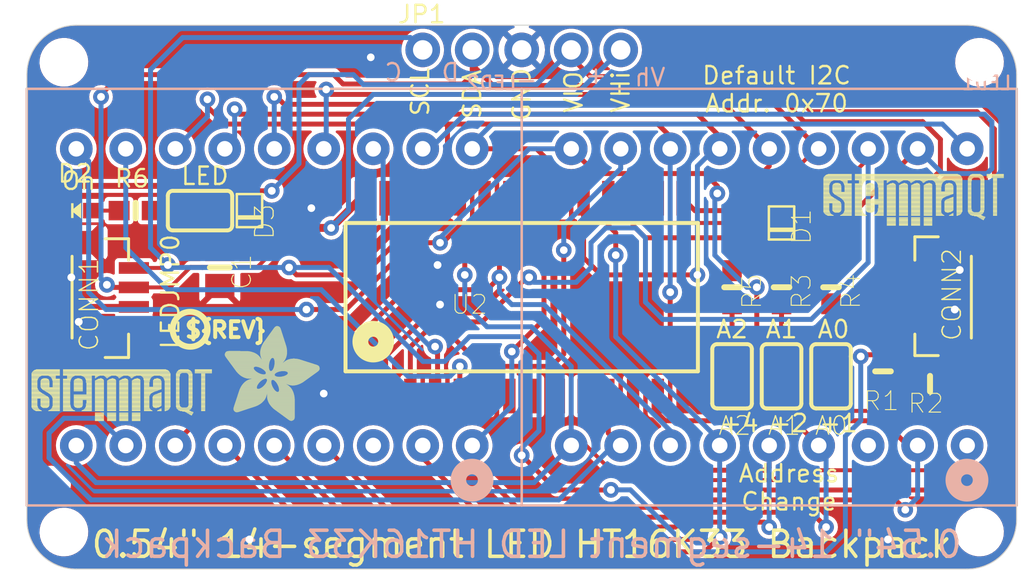
<source format=kicad_pcb>
(kicad_pcb (version 20221018) (generator pcbnew)
  (layers (0 "F.Cu" signal) (1 "In1.Cu" signal) (2 "In2.Cu" signal) (3 "In3.Cu" signal) (4 "In4.Cu" signal) (5 "In5.Cu" signal) (6 "In6.Cu" signal) (7 "In7.Cu" signal) (8 "In8.Cu" signal) (9 "In9.Cu" signal) (10 "In10.Cu" signal) (11 "In11.Cu" signal) (12 "In12.Cu" signal) (13 "In13.Cu" signal) (14 "In14.Cu" signal) (31 "B.Cu" signal) (34 "B.Paste" user) (35 "F.Paste" user) (36 "B.SilkS" user "B.Silkscreen") (37 "F.SilkS" user "F.Silkscreen") (38 "B.Mask" user) (39 "F.Mask" user) (44 "Edge.Cuts" user))
  (net 0 "")
  (net 1 "GND")
  (net 2 "N$19")
  (net 3 "N$20")
  (net 4 "A1")
  (net 5 "COM0")
  (net 6 "N$10")
  (net 7 "N$11")
  (net 8 "N$12")
  (net 9 "N$13")
  (net 10 "N$16")
  (net 11 "A0")
  (net 12 "A2")
  (net 13 "SDA")
  (net 14 "SCL")
  (net 15 "N$1")
  (net 16 "N$7")
  (net 17 "N$4")
  (net 18 "N$5")
  (net 19 "N$6")
  (net 20 "N$8")
  (net 21 "N$9")
  (net 22 "N$14")
  (net 23 "N$15")
  (net 24 "COM1")
  (net 25 "COM2")
  (net 26 "COM3")
  (net 27 "VDDIO")
  (net 28 "N$3")
  (net 29 "N$17")
  (net 30 "V+")
  (footprint "working:0603-NO" (layer "F.Cu") (at 164.3761 104.4956 -90)
    (fp_text reference "R4")
    (fp_text value "47K")
  )
  (footprint "working:CHIPLED_0603_NOOUTLINE" (layer "F.Cu") (at 125.6411 100.5586 90)
    (fp_text reference "D2")
    (fp_text value "GREEN")
  )
  (footprint "working:JST_SH4_RA" (layer "F.Cu") (at 170.0911 105.0036 90)
    (fp_text reference "CONN2")
    (fp_text value "STEMMA_I2C_QTRA" hide)
  )
  (footprint "" (layer "F.Cu") (at 125.0061 117.0686)
    (fp_text reference "@HOLE0" hide)
    (fp_text value "")
  )
  (footprint "working:SOD-323F" (layer "F.Cu") (at 161.8361 101.1936 -90)
    (fp_text reference "D1")
    (fp_text value "CUS530")
  )
  (footprint "working:SOLDERJUMPER_REFLOW_NOPASTE" (layer "F.Cu") (at 161.8361 109.0676 -90)
    (fp_text reference "A1")
    (fp_text value "" hide)
  )
  (footprint "working:STEMMAQT" (layer "F.Cu") (at 163.9951 101.3206)
    (fp_text reference "U$7" hide)
    (fp_text value "" hide)
  )
  (footprint "working:FIDUCIAL_1MM" (layer "F.Cu") (at 124.3711 114.6556)
    (fp_text reference "U$2" hide)
    (fp_text value "FIDUCIAL" hide)
  )
  (footprint "working:SOP28_300MIL_SKINNY" (layer "F.Cu") (at 148.5011 105.0036)
    (fp_text reference "U2")
    (fp_text value "HT16K33")
  )
  (footprint "working:SOLDERJUMPER_REFLOW_NOPASTE" (layer "F.Cu") (at 159.2961 109.0676 -90)
    (fp_text reference "A2")
    (fp_text value "" hide)
  )
  (footprint "" (layer "F.Cu") (at 171.9961 117.0686)
    (fp_text reference "@HOLE1" hide)
    (fp_text value "")
  )
  (footprint "working:0805-NO" (layer "F.Cu") (at 133.0071 103.4796 -90)
    (fp_text reference "C1")
    (fp_text value "10uF")
  )
  (footprint "working:SOLDERJUMPER_REFLOW_NOPASTE" (layer "F.Cu") (at 164.3761 109.0676 -90)
    (fp_text reference "A0")
    (fp_text value "" hide)
  )
  (footprint "working:0603-NO" (layer "F.Cu") (at 169.4561 109.4486 180)
    (fp_text reference "R2")
    (fp_text value "10K")
  )
  (footprint "working:0603-NO" (layer "F.Cu") (at 128.6891 100.5586 180)
    (fp_text reference "R6")
    (fp_text value "47K")
  )
  (footprint "working:ADAFRUIT_5MM" (layer "F.Cu") (at 133.2611 111.3536)
    (fp_text reference "U$3" hide)
    (fp_text value "" hide)
  )
  (footprint "working:0603-NO" (layer "F.Cu") (at 161.8361 104.4956 -90)
    (fp_text reference "R3")
    (fp_text value "47K")
  )
  (footprint "working:SOD-323F" (layer "F.Cu") (at 134.5311 100.5586 -90)
    (fp_text reference "D3")
    (fp_text value "CUS530")
  )
  (footprint "working:1X05_ROUND_70" (layer "F.Cu") (at 148.5011 92.3036)
    (fp_text reference "JP1")
    (fp_text value "")
  )
  (footprint "working:PCBFEAT-REV-040" (layer "F.Cu") (at 131.4831 106.6546)
    (fp_text reference "U$8" hide)
    (fp_text value "" hide)
  )
  (footprint "working:FIDUCIAL_1MM" (layer "F.Cu") (at 167.5511 94.2086)
    (fp_text reference "U$1" hide)
    (fp_text value "FIDUCIAL" hide)
  )
  (footprint "" (layer "F.Cu") (at 125.0061 92.9386)
    (fp_text reference "@HOLE2" hide)
    (fp_text value "")
  )
  (footprint "working:STEMMAQT" (layer "F.Cu") (at 123.3551 111.3536)
    (fp_text reference "U$6" hide)
    (fp_text value "" hide)
  )
  (footprint "working:JST_SH4_RA" (layer "F.Cu") (at 126.9111 105.0036 -90)
    (fp_text reference "CONN1")
    (fp_text value "STEMMA_I2C_QTRA" hide)
  )
  (footprint "" (layer "F.Cu") (at 171.9961 92.9386)
    (fp_text reference "@HOLE3" hide)
    (fp_text value "")
  )
  (footprint "working:SOLDERJUMPER_CLOSEDWIRE" (layer "F.Cu") (at 131.9911 100.5586 180)
    (fp_text reference "LEDJMP0")
    (fp_text value "")
  )
  (footprint "working:0603-NO" (layer "F.Cu") (at 167.0431 108.8136 90)
    (fp_text reference "R1")
    (fp_text value "10K")
  )
  (footprint "working:0603-NO" (layer "F.Cu") (at 159.2961 104.4956 -90)
    (fp_text reference "R5")
    (fp_text value "47K")
  )
  (footprint "working:SEGMENT_STARTBUST_DUAL_KWA-541CBB" (layer "B.Cu") (at 161.2011 105.0036 180)
    (fp_text reference "LED1")
    (fp_text value "")
  )
  (footprint "working:SEGMENT_STARTBUST_DUAL_KWA-541CBB" (layer "B.Cu") (at 135.8011 105.0036 180)
    (fp_text reference "LED2")
    (fp_text value "")
  )
  (gr_arc (start 125.6411 118.9736) (mid 123.845049 118.229651) (end 123.1011 116.4336) (stroke (width 0.05)) (layer "Edge.Cuts"))
  (gr_arc (start 173.9011 116.4336) (mid 173.157151 118.229651) (end 171.3611 118.9736) (stroke (width 0.05)) (layer "Edge.Cuts"))
  (gr_arc (start 123.1011 93.5736) (mid 123.845049 91.777549) (end 125.6411 91.0336) (stroke (width 0.05)) (layer "Edge.Cuts"))
  (gr_line (start 173.9011 116.4336) (end 173.9011 93.5736) (stroke (width 0.05)) (layer "Edge.Cuts"))
  (gr_line (start 123.1011 93.5736) (end 123.1011 116.4336) (stroke (width 0.05)) (layer "Edge.Cuts"))
  (gr_arc (start 171.3611 91.0336) (mid 173.157151 91.777549) (end 173.9011 93.5736) (stroke (width 0.05)) (layer "Edge.Cuts"))
  (gr_line (start 125.6411 118.9736) (end 171.3611 118.9736) (stroke (width 0.05)) (layer "Edge.Cuts"))
  (gr_line (start 171.3611 91.0336) (end 125.6411 91.0336) (stroke (width 0.05)) (layer "Edge.Cuts"))
  (gr_text "C" (at 141.3891 92.9386) (layer "B.SilkS") (effects (font (size 0.89408 0.89408) (thickness 0.12192)) (justify right top mirror)))
  (gr_text "Vh" (at 154.2161 93.1926) (layer "B.SilkS") (effects (font (size 0.89408 0.89408) (thickness 0.12192)) (justify right top mirror)))
  (gr_text "D" (at 144.3101 92.9386) (layer "B.SilkS") (effects (font (size 0.89408 0.89408) (thickness 0.12192)) (justify right top mirror)))
  (gr_text "-" (at 148.1201 93.3196) (layer "B.SilkS") (effects (font (size 0.89408 0.89408) (thickness 0.12192)) (justify right top mirror)))
  (gr_text "+" (at 151.6761 93.0656) (layer "B.SilkS") (effects (font (size 0.89408 0.89408) (thickness 0.12192)) (justify right top mirror)))
  (gr_text "0.54\" 14-segment LED HT16K33 Backpack " (at 148.5011 117.7036) (layer "B.SilkS") (effects (font (size 1.34112 1.34112) (thickness 0.18288)) (justify mirror)))
  (gr_text "0.54\" 14-segment LED HT16K33 Backpack" (at 148.5011 117.7036) (layer "F.SilkS") (effects (font (size 1.34112 1.34112) (thickness 0.18288))))
  (gr_text "Address\nChange" (at 162.2171 114.7826) (layer "F.SilkS") (effects (font (size 0.89408 0.89408) (thickness 0.12192))))
  (gr_text "A2" (at 159.2961 106.6546) (layer "F.SilkS") (effects (font (size 0.89408 0.89408) (thickness 0.12192))))
  (gr_text "SDA" (at 145.9611 94.5896 90) (layer "F.SilkS") (effects (font (size 0.89408 0.89408) (thickness 0.12192))))
  (gr_text "On" (at 125.7681 99.0346) (layer "F.SilkS") (effects (font (size 0.89408 0.89408) (thickness 0.12192))))
  (gr_text "SCL" (at 143.2941 94.4626 90) (layer "F.SilkS") (effects (font (size 0.89408 0.89408) (thickness 0.12192))))
  (gr_text "+4" (at 159.6771 111.4806) (layer "F.SilkS") (effects (font (size 0.89408 0.89408) (thickness 0.12192))))
  (gr_text "A1" (at 161.8361 106.6546) (layer "F.SilkS") (effects (font (size 0.89408 0.89408) (thickness 0.12192))))
  (gr_text "A0" (at 164.5031 106.6546) (layer "F.SilkS") (effects (font (size 0.89408 0.89408) (thickness 0.12192))))
  (gr_text "VIO" (at 151.1681 94.4626 90) (layer "F.SilkS") (effects (font (size 0.89408 0.89408) (thickness 0.12192))))
  (gr_text "GND" (at 148.5011 94.5896 90) (layer "F.SilkS") (effects (font (size 0.89408 0.89408) (thickness 0.12192))))
  (gr_text "LED" (at 132.2451 98.7806) (layer "F.SilkS") (effects (font (size 0.89408 0.89408) (thickness 0.12192))))
  (gr_text "Default I2C\nAddr. 0x70" (at 161.5821 94.3356) (layer "F.SilkS") (effects (font (size 0.89408 0.89408) (thickness 0.12192))))
  (gr_text "+2" (at 162.2171 111.4806) (layer "F.SilkS") (effects (font (size 0.89408 0.89408) (thickness 0.12192))))
  (gr_text "VHi" (at 153.5811 94.4626 90) (layer "F.SilkS") (effects (font (size 0.89408 0.89408) (thickness 0.12192))))
  (gr_text "+1" (at 164.7571 111.4806) (layer "F.SilkS") (effects (font (size 0.89408 0.89408) (thickness 0.12192))))
  (segment (start 140.2461 109.9566) (end 138.3411 109.9566) (width 0.254) (layer "F.Cu") (net 1))
  (segment (start 140.2461 110.0836) (end 140.2461 109.9566) (width 0.254) (layer "F.Cu") (net 1))
  (via (at 170.7261 105.6386) (size 0.8064) (drill 0.4) (layers "F.Cu" "B.Cu") (net 1))
  (via (at 125.3871 103.9876) (size 0.8064) (drill 0.4) (layers "F.Cu" "B.Cu") (net 1))
  (via (at 167.2971 117.4496) (size 0.8064) (drill 0.4) (layers "F.Cu" "B.Cu") (net 1))
  (via (at 137.7061 100.4316) (size 0.8001) (drill 0.3937) (layers "F.Cu" "B.Cu") (net 1))
  (via (at 134.5311 117.4496) (size 0.8064) (drill 0.4) (layers "F.Cu" "B.Cu") (net 1))
  (via (at 170.9801 103.6066) (size 0.8064) (drill 0.4) (layers "F.Cu" "B.Cu") (net 1))
  (via (at 140.7541 92.6846) (size 0.8001) (drill 0.3937) (layers "F.Cu" "B.Cu") (net 1))
  (via (at 144.3101 105.3846) (size 0.8064) (drill 0.4) (layers "F.Cu" "B.Cu") (net 1))
  (via (at 138.3411 109.9566) (size 0.8001) (drill 0.3937) (layers "F.Cu" "B.Cu") (net 1))
  (via (at 125.7681 106.2736) (size 0.8064) (drill 0.4) (layers "F.Cu" "B.Cu") (net 1))
  (via (at 144.1831 103.3526) (size 0.8064) (drill 0.4) (layers "F.Cu" "B.Cu") (net 1))
  (segment (start 161.8361 108.3056) (end 161.8361 105.3456) (width 0.254) (layer "F.Cu") (net 2))
  (segment (start 164.3761 108.3056) (end 164.3761 105.3456) (width 0.254) (layer "F.Cu") (net 3))
  (segment (start 160.5661 104.4956) (end 160.5661 109.4486) (width 0.254) (layer "F.Cu") (net 4))
  (segment (start 144.3101 102.2096) (end 142.9131 102.2096) (width 0.254) (layer "F.Cu") (net 4))
  (segment (start 158.539587 99.294088) (end 158.539587 99.675088) (width 0.254) (layer "F.Cu") (net 4))
  (segment (start 144.3101 102.2096) (end 144.4371 102.2096) (width 0.254) (layer "F.Cu") (net 4))
  (segment (start 158.539587 99.294088) (end 157.8991 98.6536) (width 0.254) (layer "F.Cu") (net 4))
  (segment (start 160.9471 109.8296) (end 161.8361 109.8296) (width 0.254) (layer "F.Cu") (net 4))
  (segment (start 145.3261 101.3206) (end 144.4371 102.2096) (width 0.254) (layer "F.Cu") (net 4))
  (segment (start 145.3261 101.3206) (end 145.3261 99.9236) (width 0.254) (layer "F.Cu") (net 4))
  (segment (start 160.5661 109.4486) (end 160.9471 109.8296) (width 0.254) (layer "F.Cu") (net 4))
  (segment (start 142.9131 102.2096) (end 139.4841 105.6386) (width 0.254) (layer "F.Cu") (net 4))
  (segment (start 152.3111 98.6536) (end 157.8991 98.6536) (width 0.254) (layer "F.Cu") (net 4))
  (segment (start 139.4841 105.6386) (end 137.4521 105.6386) (width 0.254) (layer "F.Cu") (net 4))
  (segment (start 151.0411 97.3836) (end 152.3111 98.6536) (width 0.254) (layer "F.Cu") (net 4))
  (via (at 158.539587 99.675088) (size 0.8064) (drill 0.4) (layers "F.Cu" "B.Cu") (net 4))
  (via (at 144.3101 102.2096) (size 0.8001) (drill 0.3937) (layers "F.Cu" "B.Cu") (net 4))
  (via (at 160.5661 104.4956) (size 0.8064) (drill 0.4) (layers "F.Cu" "B.Cu") (net 4))
  (via (at 137.4521 105.6386) (size 0.8001) (drill 0.3937) (layers "F.Cu" "B.Cu") (net 4))
  (segment (start 137.4521 105.6386) (end 127.1651 105.6386) (width 0.254) (layer "B.Cu") (net 4))
  (segment (start 148.8821 97.3836) (end 144.3101 101.9556) (width 0.254) (layer "B.Cu") (net 4))
  (segment (start 160.5661 104.4956) (end 160.0581 104.4956) (width 0.254) (layer "B.Cu") (net 4))
  (segment (start 127.1651 105.6386) (end 126.2761 104.7496) (width 0.254) (layer "B.Cu") (net 4))
  (segment (start 144.3101 101.9556) (end 144.3101 102.2096) (width 0.254) (layer "B.Cu") (net 4))
  (segment (start 151.0411 97.3836) (end 148.8821 97.3836) (width 0.254) (layer "B.Cu") (net 4))
  (segment (start 160.0581 104.4956) (end 158.412587 102.850088) (width 0.254) (layer "B.Cu") (net 4))
  (segment (start 126.2761 98.0186) (end 125.6411 97.3836) (width 0.254) (layer "B.Cu") (net 4))
  (segment (start 158.412587 99.802088) (end 158.412587 102.850088) (width 0.254) (layer "B.Cu") (net 4))
  (segment (start 126.2761 98.0186) (end 126.2761 104.7496) (width 0.254) (layer "B.Cu") (net 4))
  (segment (start 158.539587 99.675088) (end 158.412587 99.802088) (width 0.254) (layer "B.Cu") (net 4))
  (segment (start 166.2811 97.8916) (end 163.9791 100.1936) (width 0.2032) (layer "F.Cu") (net 5))
  (segment (start 166.2811 97.3836) (end 166.2811 97.8916) (width 0.2032) (layer "F.Cu") (net 5))
  (segment (start 146.4691 106.2736) (end 148.7551 103.9876) (width 0.254) (layer "F.Cu") (net 5))
  (segment (start 143.2941 106.2736) (end 146.4691 106.2736) (width 0.254) (layer "F.Cu") (net 5))
  (segment (start 141.5161 110.0836) (end 141.5161 108.0516) (width 0.254) (layer "F.Cu") (net 5))
  (segment (start 141.5161 108.0516) (end 143.2941 106.2736) (width 0.254) (layer "F.Cu") (net 5))
  (segment (start 163.9791 100.1936) (end 161.8361 100.1936) (width 0.2032) (layer "F.Cu") (net 5))
  (segment (start 148.7551 103.9876) (end 148.8821 103.9876) (width 0.254) (layer "F.Cu") (net 5))
  (via (at 148.8821 103.9876) (size 0.8064) (drill 0.4) (layers "F.Cu" "B.Cu") (net 5))
  (segment (start 154.8511 101.9556) (end 154.3431 101.4476) (width 0.254) (layer "B.Cu") (net 5))
  (segment (start 163.3601 106.1466) (end 155.7401 106.1466) (width 0.254) (layer "B.Cu") (net 5))
  (segment (start 151.2951 104.2416) (end 152.0571 103.4796) (width 0.254) (layer "B.Cu") (net 5))
  (segment (start 154.8511 105.2576) (end 154.8511 101.9556) (width 0.254) (layer "B.Cu") (net 5))
  (segment (start 166.2811 103.2256) (end 163.3601 106.1466) (width 0.254) (layer "B.Cu") (net 5))
  (segment (start 166.2811 97.3836) (end 166.2811 103.2256) (width 0.254) (layer "B.Cu") (net 5))
  (segment (start 149.1361 104.2416) (end 151.2951 104.2416) (width 0.254) (layer "B.Cu") (net 5))
  (segment (start 154.3431 101.4476) (end 152.8191 101.4476) (width 0.254) (layer "B.Cu") (net 5))
  (segment (start 148.8821 103.9876) (end 149.1361 104.2416) (width 0.254) (layer "B.Cu") (net 5))
  (segment (start 152.0571 102.2096) (end 152.0571 103.4796) (width 0.254) (layer "B.Cu") (net 5))
  (segment (start 152.8191 101.4476) (end 152.0571 102.2096) (width 0.254) (layer "B.Cu") (net 5))
  (segment (start 155.7401 106.1466) (end 154.8511 105.2576) (width 0.254) (layer "B.Cu") (net 5))
  (segment (start 147.8661 99.9236) (end 147.8661 101.8286) (width 0.254) (layer "F.Cu") (net 6))
  (segment (start 138.8491 108.3056) (end 134.9121 108.3056) (width 0.254) (layer "F.Cu") (net 6))
  (segment (start 147.3581 102.3366) (end 147.3581 103.9876) (width 0.254) (layer "F.Cu") (net 6))
  (segment (start 134.9121 108.3056) (end 130.7211 112.4966) (width 0.254) (layer "F.Cu") (net 6))
  (segment (start 142.5321 104.6226) (end 146.7231 104.6226) (width 0.254) (layer "F.Cu") (net 6))
  (segment (start 147.8661 101.8286) (end 147.3581 102.3366) (width 0.254) (layer "F.Cu") (net 6))
  (segment (start 147.3581 103.9876) (end 146.7231 104.6226) (width 0.254) (layer "F.Cu") (net 6))
  (segment (start 130.7211 112.4966) (end 130.7211 112.6236) (width 0.254) (layer "F.Cu") (net 6))
  (segment (start 142.5321 104.6226) (end 138.8491 108.3056) (width 0.254) (layer "F.Cu") (net 6))
  (via (at 147.3581 103.9876) (size 0.8001) (drill 0.3937) (layers "F.Cu" "B.Cu") (net 6))
  (segment (start 149.6441 105.3846) (end 147.9931 105.3846) (width 0.254) (layer "B.Cu") (net 6))
  (segment (start 156.1211 112.6236) (end 156.1211 111.8616) (width 0.254) (layer "B.Cu") (net 6))
  (segment (start 156.1211 111.8616) (end 149.6441 105.3846) (width 0.254) (layer "B.Cu") (net 6))
  (segment (start 147.3581 104.7496) (end 147.3581 103.9876) (width 0.254) (layer "B.Cu") (net 6))
  (segment (start 147.9931 105.3846) (end 147.3581 104.7496) (width 0.254) (layer "B.Cu") (net 6))
  (segment (start 171.3611 113.7666) (end 171.3611 112.6236) (width 0.254) (layer "F.Cu") (net 7))
  (segment (start 148.2471 115.7986) (end 145.9611 113.5126) (width 0.254) (layer "F.Cu") (net 7))
  (segment (start 149.6441 106.1466) (end 147.9931 107.7976) (width 0.254) (layer "F.Cu") (net 7))
  (segment (start 149.6441 103.2256) (end 149.1361 102.7176) (width 0.254) (layer "F.Cu") (net 7))
  (segment (start 155.9941 115.7986) (end 156.8831 114.9096) (width 0.254) (layer "F.Cu") (net 7))
  (segment (start 148.2471 115.7986) (end 155.9941 115.7986) (width 0.254) (layer "F.Cu") (net 7))
  (segment (start 145.9611 112.6236) (end 145.9611 113.5126) (width 0.254) (layer "F.Cu") (net 7))
  (segment (start 149.1361 99.9236) (end 149.1361 102.7176) (width 0.254) (layer "F.Cu") (net 7))
  (segment (start 170.2181 114.9096) (end 156.8831 114.9096) (width 0.254) (layer "F.Cu") (net 7))
  (segment (start 171.3611 113.7666) (end 170.2181 114.9096) (width 0.254) (layer "F.Cu") (net 7))
  (segment (start 149.6441 103.2256) (end 149.6441 106.1466) (width 0.254) (layer "F.Cu") (net 7))
  (via (at 147.9931 107.7976) (size 0.8001) (drill 0.3937) (layers "F.Cu" "B.Cu") (net 7))
  (segment (start 147.9931 110.5916) (end 145.9611 112.6236) (width 0.254) (layer "B.Cu") (net 7))
  (segment (start 147.9931 107.7976) (end 147.9931 110.5916) (width 0.254) (layer "B.Cu") (net 7))
  (segment (start 149.2631 97.3836) (end 150.4061 98.5266) (width 0.254) (layer "F.Cu") (net 8))
  (segment (start 145.9611 97.3836) (end 149.2631 97.3836) (width 0.254) (layer "F.Cu") (net 8))
  (segment (start 150.4061 98.5266) (end 150.4061 99.9236) (width 0.254) (layer "F.Cu") (net 8))
  (segment (start 170.0911 96.1136) (end 146.9771 96.1136) (width 0.254) (layer "B.Cu") (net 8))
  (segment (start 146.9771 96.1136) (end 145.9611 97.1296) (width 0.254) (layer "B.Cu") (net 8))
  (segment (start 145.9611 97.1296) (end 145.9611 97.3836) (width 0.254) (layer "B.Cu") (net 8))
  (segment (start 171.3611 97.3836) (end 170.0911 96.1136) (width 0.254) (layer "B.Cu") (net 8))
  (segment (start 152.5651 103.8606) (end 151.6761 102.9716) (width 0.254) (layer "F.Cu") (net 9))
  (segment (start 134.0231 95.6056) (end 157.5181 95.6056) (width 0.254) (layer "F.Cu") (net 9))
  (segment (start 158.6611 96.7486) (end 158.6611 97.3836) (width 0.254) (layer "F.Cu") (net 9))
  (segment (start 157.5181 103.8606) (end 152.5651 103.8606) (width 0.254) (layer "F.Cu") (net 9))
  (segment (start 151.6761 102.9716) (end 151.6761 99.9236) (width 0.254) (layer "F.Cu") (net 9))
  (segment (start 133.7691 95.3516) (end 134.0231 95.6056) (width 0.254) (layer "F.Cu") (net 9))
  (segment (start 157.5181 95.6056) (end 158.6611 96.7486) (width 0.254) (layer "F.Cu") (net 9))
  (via (at 157.5181 103.8606) (size 0.8001) (drill 0.3937) (layers "F.Cu" "B.Cu") (net 9))
  (via (at 133.7691 95.3516) (size 0.8001) (drill 0.3937) (layers "F.Cu" "B.Cu") (net 9))
  (segment (start 133.2611 97.3836) (end 133.7691 96.8756) (width 0.254) (layer "B.Cu") (net 9))
  (segment (start 158.6611 97.3836) (end 158.4071 97.3836) (width 0.254) (layer "B.Cu") (net 9))
  (segment (start 158.4071 97.3836) (end 157.5181 98.2726) (width 0.254) (layer "B.Cu") (net 9))
  (segment (start 157.5181 98.2726) (end 157.5181 103.8606) (width 0.254) (layer "B.Cu") (net 9))
  (segment (start 133.7691 95.3516) (end 133.7691 96.8756) (width 0.254) (layer "B.Cu") (net 9))
  (segment (start 157.8991 118.0846) (end 138.7221 118.0846) (width 0.254) (layer "F.Cu") (net 10))
  (segment (start 133.2611 112.6236) (end 138.7221 118.0846) (width 0.254) (layer "F.Cu") (net 10))
  (segment (start 153.3271 101.7016) (end 152.9461 101.3206) (width 0.254) (layer "F.Cu") (net 10))
  (segment (start 158.6611 117.3226) (end 157.8991 118.0846) (width 0.254) (layer "F.Cu") (net 10))
  (segment (start 153.3271 101.7016) (end 153.3271 102.8446) (width 0.254) (layer "F.Cu") (net 10))
  (segment (start 152.9461 101.3206) (end 152.9461 99.9236) (width 0.254) (layer "F.Cu") (net 10))
  (via (at 158.6611 117.3226) (size 0.8001) (drill 0.3937) (layers "F.Cu" "B.Cu") (net 10))
  (via (at 153.3271 102.8446) (size 0.8001) (drill 0.3937) (layers "F.Cu" "B.Cu") (net 10))
  (segment (start 158.6611 112.6236) (end 158.6611 112.3696) (width 0.254) (layer "B.Cu") (net 10))
  (segment (start 158.6611 112.3696) (end 153.3271 107.0356) (width 0.254) (layer "B.Cu") (net 10))
  (segment (start 158.6611 117.3226) (end 158.6611 112.6236) (width 0.254) (layer "B.Cu") (net 10))
  (segment (start 153.3271 102.8446) (end 153.3271 107.0356) (width 0.254) (layer "B.Cu") (net 10))
  (segment (start 170.0911 112.1156) (end 169.2021 111.2266) (width 0.2032) (layer "F.Cu") (net 11))
  (segment (start 146.5961 99.9236) (end 146.5961 101.3206) (width 0.254) (layer "F.Cu") (net 11))
  (segment (start 151.0411 112.6236) (end 151.8031 112.6236) (width 0.2032) (layer "F.Cu") (net 11))
  (segment (start 153.5811 114.4016) (end 161.4551 114.4016) (width 0.2032) (layer "F.Cu") (net 11))
  (segment (start 167.614437 110.8456) (end 167.995437 111.2266) (width 0.2032) (layer "F.Cu") (net 11))
  (segment (start 145.5801 103.8606) (end 145.5801 102.3366) (width 0.254) (layer "F.Cu") (net 11))
  (segment (start 161.4551 114.4016) (end 161.9631 113.8936) (width 0.2032) (layer "F.Cu") (net 11))
  (segment (start 146.5961 101.3206) (end 145.5801 102.3366) (width 0.254) (layer "F.Cu") (net 11))
  (segment (start 170.0911 113.5126) (end 170.0911 112.1156) (width 0.2032) (layer "F.Cu") (net 11))
  (segment (start 153.5811 114.4016) (end 151.8031 112.6236) (width 0.2032) (layer "F.Cu") (net 11))
  (segment (start 167.995437 111.2266) (end 169.2021 111.2266) (width 0.2032) (layer "F.Cu") (net 11))
  (segment (start 169.7101 113.8936) (end 170.0911 113.5126) (width 0.2032) (layer "F.Cu") (net 11))
  (segment (start 164.3761 109.8296) (end 165.3921 110.8456) (width 0.2032) (layer "F.Cu") (net 11))
  (segment (start 165.3921 110.8456) (end 167.614437 110.8456) (width 0.2032) (layer "F.Cu") (net 11))
  (segment (start 161.9631 113.8936) (end 169.7101 113.8936) (width 0.2032) (layer "F.Cu") (net 11))
  (via (at 145.5801 103.8606) (size 0.8001) (drill 0.3937) (layers "F.Cu" "B.Cu") (net 11))
  (segment (start 151.0411 112.6236) (end 149.1361 114.5286) (width 0.254) (layer "B.Cu") (net 11))
  (segment (start 151.0411 108.5596) (end 149.0091 106.5276) (width 0.254) (layer "B.Cu") (net 11))
  (segment (start 149.1361 114.5286) (end 126.6571 114.5286) (width 0.254) (layer "B.Cu") (net 11))
  (segment (start 146.7231 106.5276) (end 145.5801 105.3846) (width 0.254) (layer "B.Cu") (net 11))
  (segment (start 149.0091 106.5276) (end 146.7231 106.5276) (width 0.254) (layer "B.Cu") (net 11))
  (segment (start 145.5801 105.3846) (end 145.5801 103.8606) (width 0.254) (layer "B.Cu") (net 11))
  (segment (start 151.0411 112.6236) (end 151.0411 108.5596) (width 0.254) (layer "B.Cu") (net 11))
  (segment (start 126.6571 114.5286) (end 125.6411 113.5126) (width 0.254) (layer "B.Cu") (net 11))
  (segment (start 125.6411 113.5126) (end 125.6411 112.6236) (width 0.254) (layer "B.Cu") (net 11))
  (segment (start 132.3721 94.8436) (end 132.3721 95.2246) (width 0.254) (layer "F.Cu") (net 12))
  (segment (start 158.968825 109.8296) (end 156.1211 106.981875) (width 0.254) (layer "F.Cu") (net 12))
  (segment (start 133.2611 96.1136) (end 132.3721 95.2246) (width 0.254) (layer "F.Cu") (net 12))
  (segment (start 159.2961 109.8296) (end 158.968825 109.8296) (width 0.254) (layer "F.Cu") (net 12))
  (segment (start 133.2611 96.1136) (end 144.6911 96.1136) (width 0.254) (layer "F.Cu") (net 12))
  (segment (start 144.0561 98.6536) (end 144.6911 98.0186) (width 0.254) (layer "F.Cu") (net 12))
  (segment (start 156.1211 106.981875) (end 156.1211 104.7496) (width 0.254) (layer "F.Cu") (net 12))
  (segment (start 144.6911 96.1136) (end 155.4861 96.1136) (width 0.254) (layer "F.Cu") (net 12))
  (segment (start 156.1211 96.7486) (end 156.1211 97.3836) (width 0.254) (layer "F.Cu") (net 12))
  (segment (start 144.0561 99.9236) (end 144.0561 98.6536) (width 0.254) (layer "F.Cu") (net 12))
  (segment (start 155.4861 96.1136) (end 156.1211 96.7486) (width 0.254) (layer "F.Cu") (net 12))
  (segment (start 144.6911 98.0186) (end 144.6911 96.1136) (width 0.254) (layer "F.Cu") (net 12))
  (via (at 156.1211 104.7496) (size 0.8064) (drill 0.4) (layers "F.Cu" "B.Cu") (net 12))
  (via (at 132.3721 94.8436) (size 0.8001) (drill 0.3937) (layers "F.Cu" "B.Cu") (net 12))
  (segment (start 132.3721 94.8436) (end 132.3721 95.7326) (width 0.254) (layer "B.Cu") (net 12))
  (segment (start 130.7211 97.3836) (end 132.3721 95.7326) (width 0.254) (layer "B.Cu") (net 12))
  (segment (start 156.1211 104.7496) (end 156.1211 97.3836) (width 0.254) (layer "B.Cu") (net 12))
  (segment (start 147.0279 94.1324) (end 145.8341 92.9386) (width 0.254) (layer "F.Cu") (net 13))
  (segment (start 139.93495 102.64775) (end 141.5161 101.0666) (width 0.254) (layer "F.Cu") (net 13))
  (segment (start 138.8491 93.5736) (end 127.9271 93.5736) (width 0.254) (layer "F.Cu") (net 13))
  (segment (start 166.7891 101.7016) (end 166.7891 105.1306) (width 0.254) (layer "F.Cu") (net 13))
  (segment (start 161.136481 94.1324) (end 147.0279 94.1324) (width 0.254) (layer "F.Cu") (net 13))
  (segment (start 162.990681 95.9866) (end 169.076468 95.9866) (width 0.254) (layer "F.Cu") (net 13))
  (segment (start 169.7101 107.0356) (end 169.7101 106.1466) (width 0.254) (layer "F.Cu") (net 13))
  (segment (start 141.5161 101.0666) (end 141.5161 99.9236) (width 0.254) (layer "F.Cu") (net 13))
  (segment (start 169.7101 106.1466) (end 169.0671 105.5036) (width 0.254) (layer "F.Cu") (net 13))
  (segment (start 167.1621 105.5036) (end 168.4051 105.5036) (width 0.254) (layer "F.Cu") (net 13))
  (segment (start 127.3477 104.5036) (end 127.2127 104.3686) (width 0.254) (layer "F.Cu") (net 13))
  (segment (start 166.7891 105.1306) (end 167.1621 105.5036) (width 0.254) (layer "F.Cu") (net 13))
  (segment (start 139.3317 94.0562) (end 138.8491 93.5736) (width 0.254) (layer "F.Cu") (net 13))
  (segment (start 145.8341 92.9386) (end 145.8341 92.4306) (width 0.254) (layer "F.Cu") (net 13))
  (segment (start 135.74395 102.64775) (end 139.93495 102.64775) (width 0.254) (layer "F.Cu") (net 13))
  (segment (start 145.4785 94.0562) (end 139.3317 94.0562) (width 0.254) (layer "F.Cu") (net 13))
  (segment (start 145.9611 93.5736) (end 145.4785 94.0562) (width 0.254) (layer "F.Cu") (net 13))
  (segment (start 128.5971 104.5036) (end 127.3477 104.5036) (width 0.254) (layer "F.Cu") (net 13))
  (segment (start 126.9111 94.5896) (end 127.9271 93.5736) (width 0.254) (layer "F.Cu") (net 13))
  (segment (start 168.6061 108.1396) (end 169.7101 107.0356) (width 0.254) (layer "F.Cu") (net 13))
  (segment (start 145.9611 92.3036) (end 145.9611 93.5736) (width 0.254) (layer "F.Cu") (net 13))
  (segment (start 169.0671 105.5036) (end 168.4051 105.5036) (width 0.254) (layer "F.Cu") (net 13))
  (segment (start 131.5083 103.4544) (end 134.9373 103.4544) (width 0.2032) (layer "F.Cu") (net 13))
  (segment (start 130.4591 104.5036) (end 131.5083 103.4544) (width 0.2032) (layer "F.Cu") (net 13))
  (segment (start 169.9895 96.899632) (end 169.9895 98.5012) (width 0.254) (layer "F.Cu") (net 13))
  (segment (start 128.5971 104.5036) (end 130.4591 104.5036) (width 0.2032) (layer "F.Cu") (net 13))
  (segment (start 134.9373 103.4544) (end 135.74395 102.64775) (width 0.2032) (layer "F.Cu") (net 13))
  (segment (start 168.6061 109.4486) (end 168.6061 108.1396) (width 0.254) (layer "F.Cu") (net 13))
  (segment (start 169.076468 95.9866) (end 169.9895 96.899632) (width 0.254) (layer "F.Cu") (net 13))
  (segment (start 145.9611 92.3036) (end 145.8341 92.4306) (width 0.254) (layer "F.Cu") (net 13))
  (segment (start 126.9111 94.7166) (end 126.9111 94.5896) (width 0.254) (layer "F.Cu") (net 13))
  (segment (start 161.136481 94.1324) (end 162.990681 95.9866) (width 0.254) (layer "F.Cu") (net 13))
  (segment (start 169.9895 98.5012) (end 166.7891 101.7016) (width 0.254) (layer "F.Cu") (net 13))
  (via (at 126.9111 94.7166) (size 0.8064) (drill 0.4) (layers "F.Cu" "B.Cu") (net 13))
  (via (at 127.2127 104.3686) (size 0.8064) (drill 0.4) (layers "F.Cu" "B.Cu") (net 13))
  (segment (start 126.9111 104.067) (end 126.9111 94.7166) (width 0.254) (layer "B.Cu") (net 13))
  (segment (start 127.2127 104.3686) (end 126.9111 104.067) (width 0.254) (layer "B.Cu") (net 13))
  (segment (start 142.7861 101.4476) (end 142.7861 99.9236) (width 0.254) (layer "F.Cu") (net 14))
  (segment (start 136.9441 103.8606) (end 140.3731 103.8606) (width 0.254) (layer "F.Cu") (net 14))
  (segment (start 140.3731 103.8606) (end 142.7861 101.4476) (width 0.254) (layer "F.Cu") (net 14))
  (segment (start 168.4051 106.6016) (end 168.4051 106.5036) (width 0.254) (layer "F.Cu") (net 14))
  (segment (start 167.0431 107.9636) (end 165.9881 107.9636) (width 0.254) (layer "F.Cu") (net 14))
  (segment (start 167.0431 107.9636) (end 168.4051 106.6016) (width 0.254) (layer "F.Cu") (net 14))
  (segment (start 136.5631 103.4796) (end 136.9441 103.8606) (width 0.254) (layer "F.Cu") (net 14))
  (segment (start 130.1891 103.5036) (end 130.3401 103.3526) (width 0.2032) (layer "F.Cu") (net 14))
  (segment (start 153.0731 114.9096) (end 153.080465 114.902234) (width 0.254) (layer "F.Cu") (net 14))
  (segment (start 148.5011 113.1316) (end 150.2791 114.9096) (width 0.254) (layer "F.Cu") (net 14))
  (segment (start 128.5971 103.5036) (end 130.1891 103.5036) (width 0.2032) (layer "F.Cu") (net 14))
  (segment (start 165.9881 107.9636) (end 165.9001 108.0516) (width 0.254) (layer "F.Cu") (net 14))
  (segment (start 150.2791 114.9096) (end 153.0731 114.9096) (width 0.254) (layer "F.Cu") (net 14))
  (via (at 148.5011 113.1316) (size 0.8064) (drill 0.4) (layers "F.Cu" "B.Cu") (net 14))
  (via (at 130.3401 103.3526) (size 0.8064) (drill 0.4) (layers "F.Cu" "B.Cu") (net 14))
  (via (at 136.5631 103.4796) (size 0.8001) (drill 0.3937) (layers "F.Cu" "B.Cu") (net 14))
  (via (at 153.080465 114.902234) (size 0.8064) (drill 0.4) (layers "F.Cu" "B.Cu") (net 14))
  (via (at 165.9001 108.0516) (size 0.8064) (drill 0.4) (layers "F.Cu" "B.Cu") (net 14))
  (segment (start 138.606682 103.4796) (end 143.432682 108.3056) (width 0.254) (layer "B.Cu") (net 14))
  (segment (start 131.1021 91.6686) (end 129.4511 93.3196) (width 0.254) (layer "B.Cu") (net 14))
  (segment (start 149.3901 107.9246) (end 149.3901 111.8616) (width 0.254) (layer "B.Cu") (net 14))
  (segment (start 149.3901 111.8616) (end 148.5011 112.7506) (width 0.254) (layer "B.Cu") (net 14))
  (segment (start 142.7861 91.6686) (end 131.1021 91.6686) (width 0.254) (layer "B.Cu") (net 14))
  (segment (start 132.1181 103.4796) (end 130.4671 103.4796) (width 0.254) (layer "B.Cu") (net 14))
  (segment (start 165.9001 111.352231) (end 165.1127 112.139631) (width 0.254) (layer "B.Cu") (net 14))
  (segment (start 153.080465 114.902234) (end 154.081734 114.902234) (width 0.254) (layer "B.Cu") (net 14))
  (segment (start 145.817369 107.0356) (end 148.5011 107.0356) (width 0.254) (layer "B.Cu") (net 14))
  (segment (start 136.5631 103.4796) (end 138.606682 103.4796) (width 0.254) (layer "B.Cu") (net 14))
  (segment (start 129.4511 100.8126) (end 129.4511 102.4636) (width 0.254) (layer "B.Cu") (net 14))
  (segment (start 144.547369 108.3056) (end 145.817369 107.0356) (width 0.254) (layer "B.Cu") (net 14))
  (segment (start 143.4211 92.3036) (end 142.7861 91.6686) (width 0.254) (layer "B.Cu") (net 14))
  (segment (start 129.4511 102.4636) (end 130.3401 103.3526) (width 0.254) (layer "B.Cu") (net 14))
  (segment (start 148.5011 107.0356) (end 149.3901 107.9246) (width 0.254) (layer "B.Cu") (net 14))
  (segment (start 129.4511 93.3196) (end 129.4511 100.8126) (width 0.254) (layer "B.Cu") (net 14))
  (segment (start 165.1127 117.094) (end 164.1221 118.0846) (width 0.254) (layer "B.Cu") (net 14))
  (segment (start 143.432682 108.3056) (end 144.547369 108.3056) (width 0.254) (layer "B.Cu") (net 14))
  (segment (start 130.4036 103.4161) (end 130.3401 103.3526) (width 0.254) (layer "B.Cu") (net 14))
  (segment (start 165.9001 108.0516) (end 165.9001 111.352231) (width 0.254) (layer "B.Cu") (net 14))
  (segment (start 157.2641 118.0846) (end 154.081734 114.902234) (width 0.254) (layer "B.Cu") (net 14))
  (segment (start 130.4671 103.4796) (end 130.4036 103.4161) (width 0.254) (layer "B.Cu") (net 14))
  (segment (start 148.5011 112.7506) (end 148.5011 113.1316) (width 0.254) (layer "B.Cu") (net 14))
  (segment (start 132.1181 103.4796) (end 136.5631 103.4796) (width 0.254) (layer "B.Cu") (net 14))
  (segment (start 164.1221 118.0846) (end 157.2641 118.0846) (width 0.254) (layer "B.Cu") (net 14))
  (segment (start 165.1127 112.139631) (end 165.1127 117.094) (width 0.254) (layer "B.Cu") (net 14))
  (segment (start 161.8361 102.1936) (end 161.8361 103.6456) (width 0.2032) (layer "F.Cu") (net 15))
  (segment (start 161.8361 103.6456) (end 164.3761 103.6456) (width 0.254) (layer "F.Cu") (net 15))
  (segment (start 159.2961 103.6456) (end 161.8361 103.6456) (width 0.254) (layer "F.Cu") (net 15))
  (segment (start 159.2961 108.3056) (end 159.2961 105.3456) (width 0.254) (layer "F.Cu") (net 16))
  (segment (start 154.2161 99.9236) (end 154.2161 101.3206) (width 0.254) (layer "F.Cu") (net 17))
  (segment (start 154.2161 101.3206) (end 154.8511 101.9556) (width 0.254) (layer "F.Cu") (net 17))
  (segment (start 154.8511 101.9556) (end 160.1851 101.9556) (width 0.254) (layer "F.Cu") (net 17))
  (segment (start 165.1381 101.0666) (end 168.8211 97.3836) (width 0.254) (layer "F.Cu") (net 17))
  (segment (start 160.1851 101.9556) (end 161.0741 101.0666) (width 0.254) (layer "F.Cu") (net 17))
  (segment (start 161.0741 101.0666) (end 165.1381 101.0666) (width 0.254) (layer "F.Cu") (net 17))
  (segment (start 172.6311 95.9866) (end 172.2501 95.6056) (width 0.254) (layer "B.Cu") (net 17))
  (segment (start 168.8211 97.3836) (end 170.0911 98.6536) (width 0.254) (layer "B.Cu") (net 17))
  (segment (start 172.2501 95.6056) (end 145.5801 95.6056) (width 0.254) (layer "B.Cu") (net 17))
  (segment (start 170.0911 98.6536) (end 172.3771 98.6536) (width 0.254) (layer "B.Cu") (net 17))
  (segment (start 143.8021 97.3836) (end 143.4211 97.3836) (width 0.254) (layer "B.Cu") (net 17))
  (segment (start 172.3771 98.6536) (end 172.6311 98.3996) (width 0.254) (layer "B.Cu") (net 17))
  (segment (start 172.6311 98.3996) (end 172.6311 95.9866) (width 0.254) (layer "B.Cu") (net 17))
  (segment (start 145.5801 95.6056) (end 143.8021 97.3836) (width 0.254) (layer "B.Cu") (net 17))
  (segment (start 155.4861 99.9236) (end 155.4861 100.9396) (width 0.2032) (layer "F.Cu") (net 18))
  (segment (start 163.6776 97.3201) (end 160.9471 94.5896) (width 0.254) (layer "F.Cu") (net 18))
  (segment (start 162.2171 98.7806) (end 163.6776 97.3201) (width 0.2032) (layer "F.Cu") (net 18))
  (segment (start 155.7401 101.1936) (end 158.9151 101.1936) (width 0.2032) (layer "F.Cu") (net 18))
  (segment (start 158.9151 101.1936) (end 161.3281 98.7806) (width 0.2032) (layer "F.Cu") (net 18))
  (segment (start 138.7221 94.5896) (end 138.4681 94.3356) (width 0.254) (layer "F.Cu") (net 18))
  (segment (start 163.7411 97.3836) (end 163.6776 97.3201) (width 0.254) (layer "F.Cu") (net 18))
  (segment (start 160.9471 94.5896) (end 138.7221 94.5896) (width 0.254) (layer "F.Cu") (net 18))
  (segment (start 155.4861 100.9396) (end 155.7401 101.1936) (width 0.2032) (layer "F.Cu") (net 18))
  (segment (start 161.3281 98.7806) (end 162.2171 98.7806) (width 0.2032) (layer "F.Cu") (net 18))
  (via (at 138.4681 94.3356) (size 0.8001) (drill 0.3937) (layers "F.Cu" "B.Cu") (net 18))
  (segment (start 138.4681 97.2566) (end 138.3411 97.3836) (width 0.254) (layer "B.Cu") (net 18))
  (segment (start 138.4681 94.3356) (end 138.4681 97.2566) (width 0.254) (layer "B.Cu") (net 18))
  (segment (start 158.9151 100.5586) (end 157.3911 100.5586) (width 0.254) (layer "F.Cu") (net 19))
  (segment (start 161.2011 97.3836) (end 158.9151 95.0976) (width 0.254) (layer "F.Cu") (net 19))
  (segment (start 156.7561 99.9236) (end 157.3911 100.5586) (width 0.254) (layer "F.Cu") (net 19))
  (segment (start 158.9151 95.0976) (end 136.3091 95.0976) (width 0.254) (layer "F.Cu") (net 19))
  (segment (start 161.2011 98.2726) (end 161.2011 97.3836) (width 0.254) (layer "F.Cu") (net 19))
  (segment (start 136.3091 95.0976) (end 135.9281 94.7166) (width 0.254) (layer "F.Cu") (net 19))
  (segment (start 135.9281 94.7166) (end 135.8011 94.7166) (width 0.254) (layer "F.Cu") (net 19))
  (segment (start 161.2011 98.2726) (end 158.9151 100.5586) (width 0.254) (layer "F.Cu") (net 19))
  (via (at 135.8011 94.7166) (size 0.8001) (drill 0.3937) (layers "F.Cu" "B.Cu") (net 19))
  (segment (start 135.8011 94.7166) (end 135.8011 97.3836) (width 0.254) (layer "B.Cu") (net 19))
  (segment (start 156.7561 110.0836) (end 157.5689 110.8964) (width 0.254) (layer "F.Cu") (net 20))
  (segment (start 167.6781 115.4176) (end 157.1371 115.4176) (width 0.254) (layer "F.Cu") (net 20))
  (segment (start 168.3131 112.6236) (end 168.8211 112.6236) (width 0.254) (layer "F.Cu") (net 20))
  (segment (start 146.4691 116.3066) (end 143.4211 113.2586) (width 0.254) (layer "F.Cu") (net 20))
  (segment (start 167.0431 111.3536) (end 163.6141 111.3536) (width 0.254) (layer "F.Cu") (net 20))
  (segment (start 156.2481 116.3066) (end 146.4691 116.3066) (width 0.254) (layer "F.Cu") (net 20))
  (segment (start 168.1861 115.9256) (end 167.6781 115.4176) (width 0.254) (layer "F.Cu") (net 20))
  (segment (start 163.6141 111.3536) (end 163.1569 110.8964) (width 0.254) (layer "F.Cu") (net 20))
  (segment (start 157.5689 110.8964) (end 163.1569 110.8964) (width 0.254) (layer "F.Cu") (net 20))
  (segment (start 157.1371 115.4176) (end 156.2481 116.3066) (width 0.254) (layer "F.Cu") (net 20))
  (segment (start 168.3131 112.6236) (end 167.0431 111.3536) (width 0.254) (layer "F.Cu") (net 20))
  (segment (start 143.4211 112.6236) (end 143.4211 113.2586) (width 0.254) (layer "F.Cu") (net 20))
  (via (at 168.1861 115.9256) (size 0.8001) (drill 0.3937) (layers "F.Cu" "B.Cu") (net 20))
  (segment (start 168.8211 115.2906) (end 168.8211 112.6236) (width 0.254) (layer "B.Cu") (net 20))
  (segment (start 168.8211 115.2906) (end 168.1861 115.9256) (width 0.254) (layer "B.Cu") (net 20))
  (segment (start 155.4861 110.0836) (end 155.4861 110.9726) (width 0.254) (layer "F.Cu") (net 21))
  (segment (start 155.8671 111.3536) (end 162.4711 111.3536) (width 0.254) (layer "F.Cu") (net 21))
  (segment (start 162.4711 111.3536) (end 163.7411 112.6236) (width 0.254) (layer "F.Cu") (net 21))
  (segment (start 138.3411 112.6236) (end 142.5321 116.8146) (width 0.254) (layer "F.Cu") (net 21))
  (segment (start 155.4861 110.9726) (end 155.8671 111.3536) (width 0.254) (layer "F.Cu") (net 21))
  (segment (start 163.3601 116.0526) (end 157.7721 116.0526) (width 0.254) (layer "F.Cu") (net 21))
  (segment (start 157.0101 116.8146) (end 142.5321 116.8146) (width 0.254) (layer "F.Cu") (net 21))
  (segment (start 164.1221 116.8146) (end 163.3601 116.0526) (width 0.254) (layer "F.Cu") (net 21))
  (segment (start 157.7721 116.0526) (end 157.0101 116.8146) (width 0.254) (layer "F.Cu") (net 21))
  (via (at 164.1221 116.8146) (size 0.8001) (drill 0.3937) (layers "F.Cu" "B.Cu") (net 21))
  (segment (start 164.1221 113.0046) (end 164.1221 116.8146) (width 0.254) (layer "B.Cu") (net 21))
  (segment (start 164.1221 113.0046) (end 163.7411 112.6236) (width 0.254) (layer "B.Cu") (net 21))
  (segment (start 154.8257 111.9632) (end 154.8257 113.488568) (width 0.254) (layer "F.Cu") (net 22))
  (segment (start 161.2011 113.7666) (end 161.2011 112.6236) (width 0.254) (layer "F.Cu") (net 22))
  (segment (start 154.8257 113.488568) (end 155.230731 113.8936) (width 0.254) (layer "F.Cu") (net 22))
  (segment (start 160.9471 116.5606) (end 158.1531 116.5606) (width 0.254) (layer "F.Cu") (net 22))
  (segment (start 161.2011 116.8146) (end 160.9471 116.5606) (width 0.254) (layer "F.Cu") (net 22))
  (segment (start 161.2011 113.7666) (end 161.0741 113.8936) (width 0.254) (layer "F.Cu") (net 22))
  (segment (start 158.1531 116.5606) (end 157.2641 117.4496) (width 0.254) (layer "F.Cu") (net 22))
  (segment (start 154.2161 110.0836) (end 154.2161 111.3536) (width 0.254) (layer "F.Cu") (net 22))
  (segment (start 135.8011 112.6236) (end 140.6271 117.4496) (width 0.254) (layer "F.Cu") (net 22))
  (segment (start 154.2161 111.3536) (end 154.8257 111.9632) (width 0.254) (layer "F.Cu") (net 22))
  (segment (start 155.230731 113.8936) (end 161.0741 113.8936) (width 0.254) (layer "F.Cu") (net 22))
  (segment (start 157.2641 117.4496) (end 140.6271 117.4496) (width 0.254) (layer "F.Cu") (net 22))
  (via (at 161.2011 116.8146) (size 0.8001) (drill 0.3937) (layers "F.Cu" "B.Cu") (net 22))
  (segment (start 161.2011 116.8146) (end 161.2011 112.6236) (width 0.254) (layer "B.Cu") (net 22))
  (segment (start 152.9461 110.0836) (end 152.9461 111.9886) (width 0.254) (layer "F.Cu") (net 23))
  (segment (start 152.9461 111.9886) (end 153.5811 112.6236) (width 0.254) (layer "F.Cu") (net 23))
  (segment (start 153.5811 112.6236) (end 153.2001 112.6236) (width 0.254) (layer "B.Cu") (net 23))
  (segment (start 125.0061 111.2266) (end 124.2441 111.9886) (width 0.254) (layer "B.Cu") (net 23))
  (segment (start 153.2001 112.6236) (end 150.4061 115.4176) (width 0.254) (layer "B.Cu") (net 23))
  (segment (start 128.1811 112.6236) (end 126.7841 111.2266) (width 0.254) (layer "B.Cu") (net 23))
  (segment (start 126.7841 111.2266) (end 125.0061 111.2266) (width 0.254) (layer "B.Cu") (net 23))
  (segment (start 124.2441 113.2586) (end 126.4031 115.4176) (width 0.254) (layer "B.Cu") (net 23))
  (segment (start 126.4031 115.4176) (end 150.4061 115.4176) (width 0.254) (layer "B.Cu") (net 23))
  (segment (start 124.2441 111.9886) (end 124.2441 113.2586) (width 0.254) (layer "B.Cu") (net 23))
  (segment (start 144.705213 106.795712) (end 146.4691 108.5596) (width 0.254) (layer "F.Cu") (net 24))
  (segment (start 150.6601 107.9246) (end 150.6601 102.5906) (width 0.254) (layer "F.Cu") (net 24))
  (segment (start 146.4691 108.5596) (end 150.0251 108.5596) (width 0.254) (layer "F.Cu") (net 24))
  (segment (start 142.7861 110.0836) (end 142.7861 107.557712) (width 0.254) (layer "F.Cu") (net 24))
  (segment (start 150.0251 108.5596) (end 150.6601 107.9246) (width 0.254) (layer "F.Cu") (net 24))
  (segment (start 143.5481 106.795712) (end 142.7861 107.557712) (width 0.254) (layer "F.Cu") (net 24))
  (segment (start 143.5481 106.795712) (end 144.705213 106.795712) (width 0.254) (layer "F.Cu") (net 24))
  (via (at 150.6601 102.5906) (size 0.8001) (drill 0.3937) (layers "F.Cu" "B.Cu") (net 24))
  (segment (start 153.5811 98.3996) (end 153.5811 97.3836) (width 0.254) (layer "B.Cu") (net 24))
  (segment (start 150.6601 102.5906) (end 150.6601 101.3206) (width 0.254) (layer "B.Cu") (net 24))
  (segment (start 150.6601 101.3206) (end 153.5811 98.3996) (width 0.254) (layer "B.Cu") (net 24))
  (segment (start 144.0561 107.6706) (end 144.0561 107.5436) (width 0.254) (layer "F.Cu") (net 25))
  (segment (start 144.1831 107.7976) (end 144.1831 109.9566) (width 0.254) (layer "F.Cu") (net 25))
  (segment (start 144.1831 107.7976) (end 144.0561 107.6706) (width 0.254) (layer "F.Cu") (net 25))
  (segment (start 144.0561 110.0836) (end 144.1831 109.9566) (width 0.254) (layer "F.Cu") (net 25))
  (via (at 144.0561 107.5436) (size 0.8001) (drill 0.3937) (layers "F.Cu" "B.Cu") (net 25))
  (segment (start 143.8021 107.5436) (end 141.3891 105.1306) (width 0.254) (layer "B.Cu") (net 25))
  (segment (start 141.3891 97.7646) (end 141.0081 97.3836) (width 0.254) (layer "B.Cu") (net 25))
  (segment (start 141.3891 105.1306) (end 141.3891 97.7646) (width 0.254) (layer "B.Cu") (net 25))
  (segment (start 141.0081 97.3836) (end 140.8811 97.3836) (width 0.254) (layer "B.Cu") (net 25))
  (segment (start 144.0561 107.5436) (end 143.8021 107.5436) (width 0.254) (layer "B.Cu") (net 25))
  (segment (start 145.3261 108.5596) (end 145.3261 110.0836) (width 0.254) (layer "F.Cu") (net 26))
  (via (at 145.3261 108.5596) (size 0.8001) (drill 0.3937) (layers "F.Cu" "B.Cu") (net 26))
  (segment (start 130.3401 104.6226) (end 138.2141 104.6226) (width 0.254) (layer "B.Cu") (net 26))
  (segment (start 138.2141 104.6226) (end 142.6591 109.0676) (width 0.254) (layer "B.Cu") (net 26))
  (segment (start 128.1811 97.3836) (end 128.1811 102.4636) (width 0.254) (layer "B.Cu") (net 26))
  (segment (start 144.8181 109.0676) (end 142.6591 109.0676) (width 0.254) (layer "B.Cu") (net 26))
  (segment (start 128.1811 102.4636) (end 130.3401 104.6226) (width 0.254) (layer "B.Cu") (net 26))
  (segment (start 145.3261 108.5596) (end 144.8181 109.0676) (width 0.254) (layer "B.Cu") (net 26))
  (segment (start 171.8691 95.4786) (end 163.3601 95.4786) (width 0.254) (layer "F.Cu") (net 27))
  (segment (start 128.5971 105.5036) (end 125.1251 105.5036) (width 0.3048) (layer "F.Cu") (net 27))
  (segment (start 172.7581 103.4796) (end 172.7581 96.3676) (width 0.254) (layer "F.Cu") (net 27))
  (segment (start 172.2421 104.5036) (end 172.7581 103.9876) (width 0.3048) (layer "F.Cu") (net 27))
  (segment (start 123.9901 104.3686) (end 123.9901 99.7966) (width 0.3048) (layer "F.Cu") (net 27))
  (segment (start 163.3601 95.4786) (end 161.5567 93.6752) (width 0.254) (layer "F.Cu") (net 27))
  (segment (start 123.9901 99.7966) (end 124.4981 99.2886) (width 0.3048) (layer "F.Cu") (net 27))
  (segment (start 124.4981 99.2886) (end 134.2611 99.2886) (width 0.3048) (layer "F.Cu") (net 27))
  (segment (start 168.4051 104.5036) (end 172.2421 104.5036) (width 0.3048) (layer "F.Cu") (net 27))
  (segment (start 135.6741 99.5426) (end 134.5311 99.5426) (width 0.254) (layer "F.Cu") (net 27))
  (segment (start 134.5311 99.5586) (end 134.5311 99.5426) (width 0.254) (layer "F.Cu") (net 27))
  (segment (start 125.1251 105.5036) (end 123.9901 104.3686) (width 0.3048) (layer "F.Cu") (net 27))
  (segment (start 161.5567 93.6752) (end 152.0317 93.6752) (width 0.254) (layer "F.Cu") (net 27))
  (segment (start 172.7581 96.3676) (end 171.8691 95.4786) (width 0.254) (layer "F.Cu") (net 27))
  (segment (start 167.0431 109.6636) (end 167.8441 110.4646) (width 0.254) (layer "F.Cu") (net 27))
  (segment (start 172.7581 108.5596) (end 172.7581 103.9876) (width 0.3048) (layer "F.Cu") (net 27))
  (segment (start 169.3291 110.4646) (end 170.3451 109.4486) (width 0.254) (layer "F.Cu") (net 27))
  (segment (start 170.3451 109.4486) (end 171.8691 109.4486) (width 0.3048) (layer "F.Cu") (net 27))
  (segment (start 134.2611 99.2886) (end 134.5311 99.5586) (width 0.3048) (layer "F.Cu") (net 27))
  (segment (start 167.8441 110.4646) (end 169.3291 110.4646) (width 0.254) (layer "F.Cu") (net 27))
  (segment (start 172.7581 103.9876) (end 172.7581 103.4796) (width 0.3048) (layer "F.Cu") (net 27))
  (segment (start 152.0317 93.6752) (end 151.0411 92.6846) (width 0.254) (layer "F.Cu") (net 27))
  (segment (start 170.3061 109.4486) (end 170.3451 109.4486) (width 0.3048) (layer "F.Cu") (net 27))
  (segment (start 171.8691 109.4486) (end 172.7581 108.5596) (width 0.3048) (layer "F.Cu") (net 27))
  (segment (start 151.0411 92.6846) (end 151.0411 92.3036) (width 0.254) (layer "F.Cu") (net 27))
  (via (at 135.6741 99.5426) (size 0.8064) (drill 0.4) (layers "F.Cu" "B.Cu") (net 27))
  (segment (start 137.5791 93.5736) (end 139.8651 93.5736) (width 0.254) (layer "B.Cu") (net 27))
  (segment (start 137.0711 94.0816) (end 137.5791 93.5736) (width 0.254) (layer "B.Cu") (net 27))
  (segment (start 140.3731 94.0816) (end 149.2631 94.0816) (width 0.254) (layer "B.Cu") (net 27))
  (segment (start 137.0711 98.1456) (end 137.0711 94.0816) (width 0.254) (layer "B.Cu") (net 27))
  (segment (start 139.8651 93.5736) (end 140.3731 94.0816) (width 0.254) (layer "B.Cu") (net 27))
  (segment (start 149.2631 94.0816) (end 151.0411 92.3036) (width 0.254) (layer "B.Cu") (net 27))
  (segment (start 135.6741 99.5426) (end 137.0711 98.1456) (width 0.254) (layer "B.Cu") (net 27))
  (segment (start 126.3911 100.5586) (end 127.8391 100.5586) (width 0.2032) (layer "F.Cu") (net 28))
  (segment (start 129.5391 100.5586) (end 131.2291 100.5586) (width 0.254) (layer "F.Cu") (net 29))
  (segment (start 132.7531 101.3206) (end 132.7531 102.2756) (width 0.4064) (layer "F.Cu") (net 30))
  (segment (start 132.9911 101.5586) (end 134.5311 101.5586) (width 0.4064) (layer "F.Cu") (net 30))
  (segment (start 132.7531 102.2756) (end 133.0071 102.5296) (width 0.4064) (layer "F.Cu") (net 30))
  (segment (start 132.7531 101.3206) (end 132.9911 101.5586) (width 0.4064) (layer "F.Cu") (net 30))
  (segment (start 140.2461 99.9236) (end 138.7221 101.4476) (width 0.4064) (layer "F.Cu") (net 30))
  (segment (start 134.6421 101.4476) (end 138.7221 101.4476) (width 0.4064) (layer "F.Cu") (net 30))
  (segment (start 132.7531 100.5586) (end 132.7531 101.3206) (width 0.4064) (layer "F.Cu") (net 30))
  (segment (start 134.5311 101.5586) (end 134.6421 101.4476) (width 0.4064) (layer "F.Cu") (net 30))
  (via (at 138.7221 101.4476) (size 0.8001) (drill 0.3937) (layers "F.Cu" "B.Cu") (net 30))
  (segment (start 140.8811 94.5896) (end 139.6111 95.8596) (width 0.254) (layer "B.Cu") (net 30))
  (segment (start 151.2951 94.5896) (end 140.8811 94.5896) (width 0.254) (layer "B.Cu") (net 30))
  (segment (start 139.6111 95.8596) (end 139.6111 100.5586) (width 0.254) (layer "B.Cu") (net 30))
  (segment (start 139.6111 100.5586) (end 138.7221 101.4476) (width 0.254) (layer "B.Cu") (net 30))
  (segment (start 151.2951 94.5896) (end 153.5811 92.3036) (width 0.254) (layer "B.Cu") (net 30))
  (zone (net 1) (net_name "GND") (layer "F.Cu") (priority 6) (connect_pads (clearance 0.000001)) (min_thickness 0.127) (fill yes (thermal_gap 0.304) (thermal_bridge_width 0.304))
    (polygon (pts (xy 174.0281 119.1006) (xy 122.9741 119.1006) (xy 122.9741 90.9066) (xy 174.0281 90.9066)))
  )
  (zone (net 1) (net_name "GND") (layer "B.Cu") (priority 6) (connect_pads (clearance 0.000001)) (min_thickness 0.127) (fill yes (thermal_gap 0.304) (thermal_bridge_width 0.304))
    (polygon (pts (xy 174.0281 119.1006) (xy 122.9741 119.1006) (xy 122.9741 90.9066) (xy 174.0281 90.9066)))
  )
)
</source>
